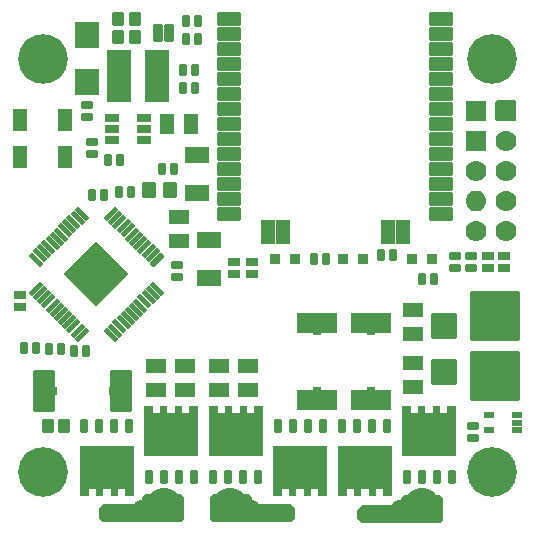
<source format=gts>
G04 Layer: TopSolderMaskLayer*
G04 EasyEDA v6.5.42, 2024-06-19 17:53:58*
G04 0aa094f9eb354ad99160228faad6b286,7c1e8d740ba24e6f83eb2d53d3341807,10*
G04 Gerber Generator version 0.2*
G04 Scale: 100 percent, Rotated: No, Reflected: No *
G04 Dimensions in millimeters *
G04 leading zeros omitted , absolute positions ,4 integer and 5 decimal *
%FSLAX45Y45*%
%MOMM*%

%AMMACRO1*1,1,$1,$2,$3*1,1,$1,$4,$5*1,1,$1,0-$2,0-$3*1,1,$1,0-$4,0-$5*20,1,$1,$2,$3,$4,$5,0*20,1,$1,$4,$5,0-$2,0-$3,0*20,1,$1,0-$2,0-$3,0-$4,0-$5,0*20,1,$1,0-$4,0-$5,$2,$3,0*4,1,4,$2,$3,$4,$5,0-$2,0-$3,0-$4,0-$5,$2,$3,0*%
%AMMACRO2*4,1,16,-2.2508,-2.1007,-2.2508,2.1007,-1.5493,2.1007,-1.5493,1.5008,-0.9508,1.5008,-0.9508,2.1007,-0.3494,2.1007,-0.3494,1.5008,0.3491,1.5008,0.3491,2.1007,0.9508,2.1007,0.9508,1.5008,1.549,1.5008,1.549,2.1007,2.2508,2.1007,2.2508,-2.1007,-2.2508,-2.1007,0*%
%AMMACRO3*4,1,16,-2.2508,-2.1008,-2.2508,2.1008,2.2508,2.1008,2.2508,-2.1008,1.5493,-2.1008,1.5493,-1.5006,0.9508,-1.5006,0.9508,-2.1008,0.3494,-2.1008,0.3494,-1.5006,-0.3491,-1.5006,-0.3491,-2.1008,-0.9506,-2.1008,-0.9506,-1.5006,-1.549,-1.5006,-1.549,-2.1008,-2.2508,-2.1008,0*%
%ADD10MACRO1,0.1016X1.03X1.035X1.03X-1.035*%
%ADD11R,1.0032X0.7032*%
%ADD12MACRO1,0.2032X0.4X0.25X0.4X-0.25*%
%ADD13MACRO1,0.2032X-0.4X0.45X0.4X0.45*%
%ADD14MACRO1,0.1016X0.4X0.4X0.4X-0.4*%
%ADD15R,0.9016X0.9016*%
%ADD16MACRO1,0.1016X-0.25X0.5X0.25X0.5*%
%ADD17MACRO2*%
%ADD18MACRO1,0.1016X0.25X-0.5X-0.25X-0.5*%
%ADD19MACRO3*%
%ADD20R,3.5032X1.8032*%
%ADD21R,0.7032X0.7032*%
%ADD22MACRO1,0.2032X0.8X-1.65X-0.8X-1.65*%
%ADD23MACRO1,0.2032X0.25X-0.25X-0.25X-0.25*%
%ADD24MACRO1,0.102X0.55X-0.3X-0.55X-0.3*%
%ADD25R,0.9016X0.5016*%
%ADD26MACRO1,0.2032X0.775X0.5X0.775X-0.5*%
%ADD27MACRO1,0.2032X-0.9X0.5004X0.9X0.5004*%
%ADD28R,1.2040X2.0032*%
%ADD29R,2.0032X4.4032*%
%ADD30MACRO1,0.2032X-0.25X0.4X0.25X0.4*%
%ADD31R,2.0032X2.2032*%
%ADD32MACRO1,0.2032X0.5X-0.775X-0.5X-0.775*%
%ADD33R,2.1032X1.4032*%
%ADD34MACRO1,0.2032X0.25X-0.4X-0.25X-0.4*%
%ADD35MACRO1,0.2032X0.95X0.6X0.95X-0.6*%
%ADD36MACRO1,0.2032X-0.5X0.55X0.5X0.55*%
%ADD37MACRO1,0.2032X0.4939X-0.3143X0.3143X-0.4939*%
%ADD38MACRO1,0.2032X0.4939X0.3143X-0.3143X-0.4939*%
%ADD39MACRO1,0.2032X0.5102X0.298X-0.2981X-0.5102*%
%ADD40MACRO1,0.2032X2.6163X0X0X-2.6163*%
%ADD41C,1.7780*%
%ADD42O,1.778X1.778*%
%ADD43R,1.7780X1.7780*%
%ADD44R,1.2040X1.9025*%
%ADD45MACRO1,0.2032X0.7874X0.7874X0.7874X-0.7874*%
%ADD46MACRO1,0.2032X-0.3175X0.635X0.3175X0.635*%
%ADD47MACRO1,0.2032X2X2X2X-2*%
%ADD48C,2.9032*%
%ADD49C,1.9032*%
%ADD50C,4.2016*%
%ADD51C,0.0112*%

%LPD*%
G36*
X-1035050Y-1936750D02*
G01*
X-1060450Y-1962150D01*
X-1060450Y-2025650D01*
X-1390650Y-2025650D01*
X-1428750Y-2063750D01*
X-1428750Y-2139950D01*
X-1390650Y-2178050D01*
X-730250Y-2178050D01*
X-704850Y-2152650D01*
X-704850Y-1962150D01*
X-730250Y-1936750D01*
G37*
G36*
X-463550Y-1936750D02*
G01*
X-488950Y-1962150D01*
X-488950Y-2152650D01*
X-463550Y-2178050D01*
X196850Y-2178050D01*
X234950Y-2139950D01*
X234950Y-2063750D01*
X196850Y-2025650D01*
X-133350Y-2025650D01*
X-133350Y-1962150D01*
X-158750Y-1936750D01*
G37*
G36*
X1155700Y-1943100D02*
G01*
X1130300Y-1968500D01*
X1130300Y-2032000D01*
X800100Y-2032000D01*
X762000Y-2070100D01*
X762000Y-2146300D01*
X800100Y-2184400D01*
X1460500Y-2184400D01*
X1485900Y-2159000D01*
X1485900Y-1968500D01*
X1460500Y-1943100D01*
G37*
D10*
G01*
X1498600Y-904113D03*
G01*
X1498600Y-518312D03*
D11*
G01*
X2006600Y-24587D03*
G01*
X2006600Y75412D03*
D12*
G01*
X1739892Y-1359708D03*
G01*
X1739892Y-1459708D03*
D13*
G01*
X-1860610Y-1358900D03*
G01*
X-1720611Y-1358900D03*
D14*
G01*
X67310Y50800D03*
G01*
X237489Y50800D03*
D15*
G01*
X1393189Y50800D03*
G01*
X1223010Y50800D03*
D14*
G01*
X638810Y50800D03*
G01*
X808989Y50800D03*
D16*
G01*
X1180995Y-1790298D03*
G01*
X1307995Y-1790298D03*
G01*
X1434995Y-1790298D03*
G01*
X1561995Y-1790298D03*
D17*
G01*
X1371511Y-1405293D03*
D18*
G01*
X1015900Y-1359072D03*
G01*
X888900Y-1359072D03*
G01*
X761900Y-1359072D03*
G01*
X634900Y-1359072D03*
D19*
G01*
X825385Y-1744090D03*
D16*
G01*
X-457304Y-1790298D03*
G01*
X-330304Y-1790298D03*
G01*
X-203304Y-1790298D03*
G01*
X-76304Y-1790298D03*
D17*
G01*
X-266788Y-1405293D03*
D18*
G01*
X469800Y-1359072D03*
G01*
X342800Y-1359072D03*
G01*
X215800Y-1359072D03*
G01*
X88800Y-1359072D03*
D19*
G01*
X279285Y-1744090D03*
D16*
G01*
X-1003404Y-1790298D03*
G01*
X-876404Y-1790298D03*
G01*
X-749404Y-1790298D03*
G01*
X-622404Y-1790298D03*
D17*
G01*
X-812888Y-1405293D03*
D18*
G01*
X-1168499Y-1359072D03*
G01*
X-1295499Y-1359072D03*
G01*
X-1422499Y-1359072D03*
G01*
X-1549499Y-1359072D03*
D19*
G01*
X-1359014Y-1744090D03*
D20*
G01*
X876198Y-487806D03*
G01*
X876198Y-1137818D03*
D21*
G01*
X876198Y-1066800D03*
G01*
X876198Y-558800D03*
D20*
G01*
X418998Y-487806D03*
G01*
X418998Y-1137818D03*
D21*
G01*
X418998Y-1066800D03*
G01*
X418998Y-558800D03*
D22*
G01*
X-1887211Y-1066800D03*
G01*
X-1237208Y-1066800D03*
D23*
G01*
X-1308214Y-1066800D03*
G01*
X-1816214Y-1066800D03*
D24*
G01*
X-1316081Y1060678D03*
G01*
X-1316081Y1155674D03*
G01*
X-1316081Y1250670D03*
G01*
X-1046071Y1250670D03*
G01*
X-1046071Y1155674D03*
G01*
X-1046071Y1060678D03*
D25*
G01*
X1873910Y-1398498D03*
G01*
X1873910Y-1268501D03*
G01*
X2113889Y-1268501D03*
G01*
X2113889Y-1333500D03*
G01*
X2113889Y-1398498D03*
D13*
G01*
X-1263799Y1930400D03*
G01*
X-1123800Y1930400D03*
G01*
X-1263710Y2082800D03*
G01*
X-1123711Y2082800D03*
D12*
G01*
X1727200Y-24601D03*
G01*
X1727200Y75398D03*
D26*
G01*
X-749300Y404799D03*
G01*
X-749300Y204800D03*
D27*
G01*
X-328498Y1700530D03*
G01*
X-328498Y1573530D03*
G01*
X-328498Y1446530D03*
G01*
X-328498Y1319530D03*
G01*
X-328498Y1192530D03*
G01*
X-328498Y1065530D03*
G01*
X-328498Y938530D03*
G01*
X-328498Y811530D03*
D28*
G01*
X1145539Y278409D03*
D27*
G01*
X1471498Y430530D03*
G01*
X1471498Y557530D03*
G01*
X1471498Y684530D03*
G01*
X1471498Y811530D03*
G01*
X1471498Y938530D03*
G01*
X1471498Y1065530D03*
G01*
X1471498Y1192530D03*
G01*
X-328498Y684530D03*
G01*
X-328498Y557530D03*
G01*
X-328498Y430530D03*
D28*
G01*
X2539Y278409D03*
G01*
X129539Y278409D03*
D27*
G01*
X-328498Y1827530D03*
G01*
X-328498Y1954530D03*
G01*
X-328498Y2081530D03*
D28*
G01*
X1018539Y278409D03*
D27*
G01*
X1471498Y1319530D03*
G01*
X1471498Y1446530D03*
G01*
X1471498Y1573530D03*
G01*
X1471498Y1700530D03*
G01*
X1471498Y1827530D03*
G01*
X1471498Y1954530D03*
G01*
X1471498Y2081530D03*
D12*
G01*
X1587500Y-24601D03*
G01*
X1587500Y75398D03*
D11*
G01*
X-127000Y-75387D03*
G01*
X-127000Y24612D03*
D29*
G01*
X-1252194Y1600200D03*
G01*
X-932205Y1600200D03*
D26*
G01*
X-698576Y-852500D03*
G01*
X-698576Y-1052499D03*
D12*
G01*
X-1524007Y1358091D03*
G01*
X-1524007Y1258091D03*
D30*
G01*
X-1245398Y889000D03*
G01*
X-1345398Y889000D03*
D12*
G01*
X-1485900Y940598D03*
G01*
X-1485900Y1040598D03*
D31*
G01*
X-1524000Y1952599D03*
G01*
X-1524000Y1552600D03*
D30*
G01*
X-610398Y1651000D03*
G01*
X-710398Y1651000D03*
D11*
G01*
X1866900Y75412D03*
G01*
X1866900Y-24587D03*
D30*
G01*
X1408901Y-114300D03*
G01*
X1308901Y-114300D03*
D11*
G01*
X-279400Y24612D03*
G01*
X-279400Y-75387D03*
D26*
G01*
X1231900Y-827100D03*
G01*
X1231900Y-1027099D03*
G01*
X-165100Y-852500D03*
G01*
X-165100Y-1052499D03*
G01*
X1231900Y-382600D03*
G01*
X1231900Y-582599D03*
D32*
G01*
X-649300Y1193800D03*
G01*
X-849299Y1193800D03*
D33*
G01*
X-596900Y614705D03*
G01*
X-596900Y934720D03*
D30*
G01*
X-684991Y2070092D03*
G01*
X-584991Y2070092D03*
D11*
G01*
X-2095525Y-354787D03*
G01*
X-2095525Y-254787D03*
D34*
G01*
X-610408Y1498607D03*
G01*
X-710408Y1498607D03*
D30*
G01*
X-684991Y1917692D03*
G01*
X-584991Y1917692D03*
D26*
G01*
X-406476Y-852500D03*
G01*
X-406476Y-1052499D03*
D35*
G01*
X-495300Y210799D03*
G01*
X-495300Y-109214D03*
D30*
G01*
X-1637529Y-723907D03*
G01*
X-1537529Y-723907D03*
D34*
G01*
X-1745065Y-711192D03*
G01*
X-1845064Y-711192D03*
G01*
X-1956608Y-698492D03*
G01*
X-2056608Y-698492D03*
D12*
G01*
X-762007Y-808D03*
G01*
X-762007Y-100808D03*
D30*
G01*
X-1485091Y596892D03*
G01*
X-1385091Y596892D03*
D34*
G01*
X-1156508Y622307D03*
G01*
X-1256508Y622307D03*
G01*
X-888201Y812800D03*
G01*
X-788201Y812800D03*
D36*
G01*
X-1004397Y635000D03*
G01*
X-824387Y635000D03*
D34*
G01*
X394498Y50800D03*
G01*
X494498Y50800D03*
D37*
G01*
X-1571527Y436455D03*
G01*
X-1606884Y401100D03*
G01*
X-1642238Y365746D03*
G01*
X-1677595Y330389D03*
G01*
X-1712949Y295034D03*
G01*
X-1748303Y259679D03*
G01*
X-1783661Y224321D03*
G01*
X-1819017Y188967D03*
G01*
X-1854371Y153612D03*
G01*
X-1889728Y118256D03*
G01*
X-1925082Y82901D03*
G01*
X-1960434Y47542D03*
D38*
G01*
X-1960438Y-199946D03*
G01*
X-1925082Y-235301D03*
G01*
X-1889728Y-270656D03*
G01*
X-1854371Y-306012D03*
G01*
X-1819017Y-341367D03*
G01*
X-1783661Y-376721D03*
G01*
X-1748303Y-412079D03*
G01*
X-1712949Y-447434D03*
G01*
X-1677595Y-482789D03*
G01*
X-1642238Y-518146D03*
G01*
X-1606884Y-553500D03*
G01*
X-1571524Y-588852D03*
D37*
G01*
X-1324039Y-588852D03*
G01*
X-1288685Y-553495D03*
G01*
X-1253331Y-518140D03*
G01*
X-1217974Y-482784D03*
G01*
X-1182620Y-447429D03*
G01*
X-1147265Y-412073D03*
G01*
X-1111907Y-376716D03*
G01*
X-1076552Y-341362D03*
G01*
X-1041198Y-306006D03*
G01*
X-1005841Y-270650D03*
G01*
X-970487Y-235296D03*
G01*
X-935131Y-199939D03*
D39*
G01*
X-935130Y47543D03*
D38*
G01*
X-970487Y82896D03*
G01*
X-1005841Y118250D03*
G01*
X-1041198Y153606D03*
G01*
X-1076552Y188962D03*
G01*
X-1111907Y224316D03*
G01*
X-1147265Y259673D03*
G01*
X-1182620Y295029D03*
G01*
X-1217974Y330384D03*
G01*
X-1253331Y365740D03*
G01*
X-1288685Y401095D03*
G01*
X-1324042Y436449D03*
D40*
G01*
X-1447782Y-76200D03*
D26*
G01*
X-939800Y-852500D03*
G01*
X-939800Y-1052499D03*
D41*
G01*
X1765300Y292100D03*
G01*
X2019300Y292100D03*
D42*
G01*
X1765300Y546100D03*
D41*
G01*
X1765300Y800100D03*
D43*
G01*
X1765300Y1054100D03*
G01*
X1765300Y1308100D03*
D44*
G01*
X-2095500Y1231900D03*
G01*
X-1714500Y1231900D03*
G01*
X-2095500Y914400D03*
G01*
X-1714500Y914400D03*
D45*
G01*
X2019300Y1308100D03*
D41*
G01*
X2019300Y1054100D03*
G01*
X2019300Y800100D03*
G01*
X2019300Y546100D03*
D30*
G01*
X1066001Y88900D03*
G01*
X966001Y88900D03*
D46*
G01*
X-922020Y1968500D03*
G01*
X-830579Y1968500D03*
D47*
G01*
X1930400Y-939800D03*
G01*
X1930400Y-431800D03*
D48*
G01*
X-876300Y-2032000D03*
G01*
X-317500Y-2032000D03*
G01*
X1308100Y-2032000D03*
D49*
G01*
X-1054100Y-2082495D03*
G01*
X1130300Y-2082800D03*
G01*
X-143027Y-2082520D03*
D50*
G01*
X1899996Y1749983D03*
G01*
X-1899996Y1749983D03*
G01*
X-1899996Y-1750009D03*
G01*
X1899996Y-1750009D03*
M02*

</source>
